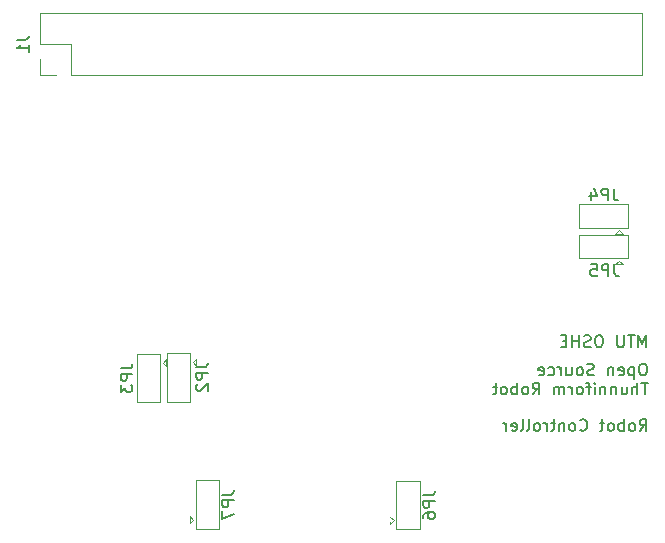
<source format=gbo>
%TF.GenerationSoftware,KiCad,Pcbnew,9.0.0*%
%TF.CreationDate,2025-04-25T21:38:16-04:00*%
%TF.ProjectId,OSTR_hat,4f535452-5f68-4617-942e-6b696361645f,2b*%
%TF.SameCoordinates,Original*%
%TF.FileFunction,Legend,Bot*%
%TF.FilePolarity,Positive*%
%FSLAX46Y46*%
G04 Gerber Fmt 4.6, Leading zero omitted, Abs format (unit mm)*
G04 Created by KiCad (PCBNEW 9.0.0) date 2025-04-25 21:38:16*
%MOMM*%
%LPD*%
G01*
G04 APERTURE LIST*
%ADD10C,0.150000*%
%ADD11C,0.120000*%
%ADD12R,1.700000X1.700000*%
%ADD13O,1.700000X1.700000*%
%ADD14R,2.200000X2.200000*%
%ADD15C,2.200000*%
%ADD16C,2.700000*%
%ADD17C,1.100000*%
%ADD18C,0.499999*%
%ADD19R,2.600000X2.600000*%
%ADD20C,2.600000*%
%ADD21R,1.500000X1.000000*%
%ADD22R,1.000000X1.500000*%
G04 APERTURE END LIST*
D10*
X134322744Y-116784875D02*
X134132268Y-116784875D01*
X134132268Y-116784875D02*
X134037030Y-116832494D01*
X134037030Y-116832494D02*
X133941792Y-116927732D01*
X133941792Y-116927732D02*
X133894173Y-117118208D01*
X133894173Y-117118208D02*
X133894173Y-117451541D01*
X133894173Y-117451541D02*
X133941792Y-117642017D01*
X133941792Y-117642017D02*
X134037030Y-117737256D01*
X134037030Y-117737256D02*
X134132268Y-117784875D01*
X134132268Y-117784875D02*
X134322744Y-117784875D01*
X134322744Y-117784875D02*
X134417982Y-117737256D01*
X134417982Y-117737256D02*
X134513220Y-117642017D01*
X134513220Y-117642017D02*
X134560839Y-117451541D01*
X134560839Y-117451541D02*
X134560839Y-117118208D01*
X134560839Y-117118208D02*
X134513220Y-116927732D01*
X134513220Y-116927732D02*
X134417982Y-116832494D01*
X134417982Y-116832494D02*
X134322744Y-116784875D01*
X133465601Y-117118208D02*
X133465601Y-118118208D01*
X133465601Y-117165827D02*
X133370363Y-117118208D01*
X133370363Y-117118208D02*
X133179887Y-117118208D01*
X133179887Y-117118208D02*
X133084649Y-117165827D01*
X133084649Y-117165827D02*
X133037030Y-117213446D01*
X133037030Y-117213446D02*
X132989411Y-117308684D01*
X132989411Y-117308684D02*
X132989411Y-117594398D01*
X132989411Y-117594398D02*
X133037030Y-117689636D01*
X133037030Y-117689636D02*
X133084649Y-117737256D01*
X133084649Y-117737256D02*
X133179887Y-117784875D01*
X133179887Y-117784875D02*
X133370363Y-117784875D01*
X133370363Y-117784875D02*
X133465601Y-117737256D01*
X132179887Y-117737256D02*
X132275125Y-117784875D01*
X132275125Y-117784875D02*
X132465601Y-117784875D01*
X132465601Y-117784875D02*
X132560839Y-117737256D01*
X132560839Y-117737256D02*
X132608458Y-117642017D01*
X132608458Y-117642017D02*
X132608458Y-117261065D01*
X132608458Y-117261065D02*
X132560839Y-117165827D01*
X132560839Y-117165827D02*
X132465601Y-117118208D01*
X132465601Y-117118208D02*
X132275125Y-117118208D01*
X132275125Y-117118208D02*
X132179887Y-117165827D01*
X132179887Y-117165827D02*
X132132268Y-117261065D01*
X132132268Y-117261065D02*
X132132268Y-117356303D01*
X132132268Y-117356303D02*
X132608458Y-117451541D01*
X131703696Y-117118208D02*
X131703696Y-117784875D01*
X131703696Y-117213446D02*
X131656077Y-117165827D01*
X131656077Y-117165827D02*
X131560839Y-117118208D01*
X131560839Y-117118208D02*
X131417982Y-117118208D01*
X131417982Y-117118208D02*
X131322744Y-117165827D01*
X131322744Y-117165827D02*
X131275125Y-117261065D01*
X131275125Y-117261065D02*
X131275125Y-117784875D01*
X130084648Y-117737256D02*
X129941791Y-117784875D01*
X129941791Y-117784875D02*
X129703696Y-117784875D01*
X129703696Y-117784875D02*
X129608458Y-117737256D01*
X129608458Y-117737256D02*
X129560839Y-117689636D01*
X129560839Y-117689636D02*
X129513220Y-117594398D01*
X129513220Y-117594398D02*
X129513220Y-117499160D01*
X129513220Y-117499160D02*
X129560839Y-117403922D01*
X129560839Y-117403922D02*
X129608458Y-117356303D01*
X129608458Y-117356303D02*
X129703696Y-117308684D01*
X129703696Y-117308684D02*
X129894172Y-117261065D01*
X129894172Y-117261065D02*
X129989410Y-117213446D01*
X129989410Y-117213446D02*
X130037029Y-117165827D01*
X130037029Y-117165827D02*
X130084648Y-117070589D01*
X130084648Y-117070589D02*
X130084648Y-116975351D01*
X130084648Y-116975351D02*
X130037029Y-116880113D01*
X130037029Y-116880113D02*
X129989410Y-116832494D01*
X129989410Y-116832494D02*
X129894172Y-116784875D01*
X129894172Y-116784875D02*
X129656077Y-116784875D01*
X129656077Y-116784875D02*
X129513220Y-116832494D01*
X128941791Y-117784875D02*
X129037029Y-117737256D01*
X129037029Y-117737256D02*
X129084648Y-117689636D01*
X129084648Y-117689636D02*
X129132267Y-117594398D01*
X129132267Y-117594398D02*
X129132267Y-117308684D01*
X129132267Y-117308684D02*
X129084648Y-117213446D01*
X129084648Y-117213446D02*
X129037029Y-117165827D01*
X129037029Y-117165827D02*
X128941791Y-117118208D01*
X128941791Y-117118208D02*
X128798934Y-117118208D01*
X128798934Y-117118208D02*
X128703696Y-117165827D01*
X128703696Y-117165827D02*
X128656077Y-117213446D01*
X128656077Y-117213446D02*
X128608458Y-117308684D01*
X128608458Y-117308684D02*
X128608458Y-117594398D01*
X128608458Y-117594398D02*
X128656077Y-117689636D01*
X128656077Y-117689636D02*
X128703696Y-117737256D01*
X128703696Y-117737256D02*
X128798934Y-117784875D01*
X128798934Y-117784875D02*
X128941791Y-117784875D01*
X127751315Y-117118208D02*
X127751315Y-117784875D01*
X128179886Y-117118208D02*
X128179886Y-117642017D01*
X128179886Y-117642017D02*
X128132267Y-117737256D01*
X128132267Y-117737256D02*
X128037029Y-117784875D01*
X128037029Y-117784875D02*
X127894172Y-117784875D01*
X127894172Y-117784875D02*
X127798934Y-117737256D01*
X127798934Y-117737256D02*
X127751315Y-117689636D01*
X127275124Y-117784875D02*
X127275124Y-117118208D01*
X127275124Y-117308684D02*
X127227505Y-117213446D01*
X127227505Y-117213446D02*
X127179886Y-117165827D01*
X127179886Y-117165827D02*
X127084648Y-117118208D01*
X127084648Y-117118208D02*
X126989410Y-117118208D01*
X126227505Y-117737256D02*
X126322743Y-117784875D01*
X126322743Y-117784875D02*
X126513219Y-117784875D01*
X126513219Y-117784875D02*
X126608457Y-117737256D01*
X126608457Y-117737256D02*
X126656076Y-117689636D01*
X126656076Y-117689636D02*
X126703695Y-117594398D01*
X126703695Y-117594398D02*
X126703695Y-117308684D01*
X126703695Y-117308684D02*
X126656076Y-117213446D01*
X126656076Y-117213446D02*
X126608457Y-117165827D01*
X126608457Y-117165827D02*
X126513219Y-117118208D01*
X126513219Y-117118208D02*
X126322743Y-117118208D01*
X126322743Y-117118208D02*
X126227505Y-117165827D01*
X125417981Y-117737256D02*
X125513219Y-117784875D01*
X125513219Y-117784875D02*
X125703695Y-117784875D01*
X125703695Y-117784875D02*
X125798933Y-117737256D01*
X125798933Y-117737256D02*
X125846552Y-117642017D01*
X125846552Y-117642017D02*
X125846552Y-117261065D01*
X125846552Y-117261065D02*
X125798933Y-117165827D01*
X125798933Y-117165827D02*
X125703695Y-117118208D01*
X125703695Y-117118208D02*
X125513219Y-117118208D01*
X125513219Y-117118208D02*
X125417981Y-117165827D01*
X125417981Y-117165827D02*
X125370362Y-117261065D01*
X125370362Y-117261065D02*
X125370362Y-117356303D01*
X125370362Y-117356303D02*
X125846552Y-117451541D01*
X134656077Y-118394819D02*
X134084649Y-118394819D01*
X134370363Y-119394819D02*
X134370363Y-118394819D01*
X133751315Y-119394819D02*
X133751315Y-118394819D01*
X133322744Y-119394819D02*
X133322744Y-118871009D01*
X133322744Y-118871009D02*
X133370363Y-118775771D01*
X133370363Y-118775771D02*
X133465601Y-118728152D01*
X133465601Y-118728152D02*
X133608458Y-118728152D01*
X133608458Y-118728152D02*
X133703696Y-118775771D01*
X133703696Y-118775771D02*
X133751315Y-118823390D01*
X132417982Y-118728152D02*
X132417982Y-119394819D01*
X132846553Y-118728152D02*
X132846553Y-119251961D01*
X132846553Y-119251961D02*
X132798934Y-119347200D01*
X132798934Y-119347200D02*
X132703696Y-119394819D01*
X132703696Y-119394819D02*
X132560839Y-119394819D01*
X132560839Y-119394819D02*
X132465601Y-119347200D01*
X132465601Y-119347200D02*
X132417982Y-119299580D01*
X131941791Y-118728152D02*
X131941791Y-119394819D01*
X131941791Y-118823390D02*
X131894172Y-118775771D01*
X131894172Y-118775771D02*
X131798934Y-118728152D01*
X131798934Y-118728152D02*
X131656077Y-118728152D01*
X131656077Y-118728152D02*
X131560839Y-118775771D01*
X131560839Y-118775771D02*
X131513220Y-118871009D01*
X131513220Y-118871009D02*
X131513220Y-119394819D01*
X131037029Y-118728152D02*
X131037029Y-119394819D01*
X131037029Y-118823390D02*
X130989410Y-118775771D01*
X130989410Y-118775771D02*
X130894172Y-118728152D01*
X130894172Y-118728152D02*
X130751315Y-118728152D01*
X130751315Y-118728152D02*
X130656077Y-118775771D01*
X130656077Y-118775771D02*
X130608458Y-118871009D01*
X130608458Y-118871009D02*
X130608458Y-119394819D01*
X130132267Y-119394819D02*
X130132267Y-118728152D01*
X130132267Y-118394819D02*
X130179886Y-118442438D01*
X130179886Y-118442438D02*
X130132267Y-118490057D01*
X130132267Y-118490057D02*
X130084648Y-118442438D01*
X130084648Y-118442438D02*
X130132267Y-118394819D01*
X130132267Y-118394819D02*
X130132267Y-118490057D01*
X129798934Y-118728152D02*
X129417982Y-118728152D01*
X129656077Y-119394819D02*
X129656077Y-118537676D01*
X129656077Y-118537676D02*
X129608458Y-118442438D01*
X129608458Y-118442438D02*
X129513220Y-118394819D01*
X129513220Y-118394819D02*
X129417982Y-118394819D01*
X128941791Y-119394819D02*
X129037029Y-119347200D01*
X129037029Y-119347200D02*
X129084648Y-119299580D01*
X129084648Y-119299580D02*
X129132267Y-119204342D01*
X129132267Y-119204342D02*
X129132267Y-118918628D01*
X129132267Y-118918628D02*
X129084648Y-118823390D01*
X129084648Y-118823390D02*
X129037029Y-118775771D01*
X129037029Y-118775771D02*
X128941791Y-118728152D01*
X128941791Y-118728152D02*
X128798934Y-118728152D01*
X128798934Y-118728152D02*
X128703696Y-118775771D01*
X128703696Y-118775771D02*
X128656077Y-118823390D01*
X128656077Y-118823390D02*
X128608458Y-118918628D01*
X128608458Y-118918628D02*
X128608458Y-119204342D01*
X128608458Y-119204342D02*
X128656077Y-119299580D01*
X128656077Y-119299580D02*
X128703696Y-119347200D01*
X128703696Y-119347200D02*
X128798934Y-119394819D01*
X128798934Y-119394819D02*
X128941791Y-119394819D01*
X128179886Y-119394819D02*
X128179886Y-118728152D01*
X128179886Y-118918628D02*
X128132267Y-118823390D01*
X128132267Y-118823390D02*
X128084648Y-118775771D01*
X128084648Y-118775771D02*
X127989410Y-118728152D01*
X127989410Y-118728152D02*
X127894172Y-118728152D01*
X127560838Y-119394819D02*
X127560838Y-118728152D01*
X127560838Y-118823390D02*
X127513219Y-118775771D01*
X127513219Y-118775771D02*
X127417981Y-118728152D01*
X127417981Y-118728152D02*
X127275124Y-118728152D01*
X127275124Y-118728152D02*
X127179886Y-118775771D01*
X127179886Y-118775771D02*
X127132267Y-118871009D01*
X127132267Y-118871009D02*
X127132267Y-119394819D01*
X127132267Y-118871009D02*
X127084648Y-118775771D01*
X127084648Y-118775771D02*
X126989410Y-118728152D01*
X126989410Y-118728152D02*
X126846553Y-118728152D01*
X126846553Y-118728152D02*
X126751314Y-118775771D01*
X126751314Y-118775771D02*
X126703695Y-118871009D01*
X126703695Y-118871009D02*
X126703695Y-119394819D01*
X124894172Y-119394819D02*
X125227505Y-118918628D01*
X125465600Y-119394819D02*
X125465600Y-118394819D01*
X125465600Y-118394819D02*
X125084648Y-118394819D01*
X125084648Y-118394819D02*
X124989410Y-118442438D01*
X124989410Y-118442438D02*
X124941791Y-118490057D01*
X124941791Y-118490057D02*
X124894172Y-118585295D01*
X124894172Y-118585295D02*
X124894172Y-118728152D01*
X124894172Y-118728152D02*
X124941791Y-118823390D01*
X124941791Y-118823390D02*
X124989410Y-118871009D01*
X124989410Y-118871009D02*
X125084648Y-118918628D01*
X125084648Y-118918628D02*
X125465600Y-118918628D01*
X124322743Y-119394819D02*
X124417981Y-119347200D01*
X124417981Y-119347200D02*
X124465600Y-119299580D01*
X124465600Y-119299580D02*
X124513219Y-119204342D01*
X124513219Y-119204342D02*
X124513219Y-118918628D01*
X124513219Y-118918628D02*
X124465600Y-118823390D01*
X124465600Y-118823390D02*
X124417981Y-118775771D01*
X124417981Y-118775771D02*
X124322743Y-118728152D01*
X124322743Y-118728152D02*
X124179886Y-118728152D01*
X124179886Y-118728152D02*
X124084648Y-118775771D01*
X124084648Y-118775771D02*
X124037029Y-118823390D01*
X124037029Y-118823390D02*
X123989410Y-118918628D01*
X123989410Y-118918628D02*
X123989410Y-119204342D01*
X123989410Y-119204342D02*
X124037029Y-119299580D01*
X124037029Y-119299580D02*
X124084648Y-119347200D01*
X124084648Y-119347200D02*
X124179886Y-119394819D01*
X124179886Y-119394819D02*
X124322743Y-119394819D01*
X123560838Y-119394819D02*
X123560838Y-118394819D01*
X123560838Y-118775771D02*
X123465600Y-118728152D01*
X123465600Y-118728152D02*
X123275124Y-118728152D01*
X123275124Y-118728152D02*
X123179886Y-118775771D01*
X123179886Y-118775771D02*
X123132267Y-118823390D01*
X123132267Y-118823390D02*
X123084648Y-118918628D01*
X123084648Y-118918628D02*
X123084648Y-119204342D01*
X123084648Y-119204342D02*
X123132267Y-119299580D01*
X123132267Y-119299580D02*
X123179886Y-119347200D01*
X123179886Y-119347200D02*
X123275124Y-119394819D01*
X123275124Y-119394819D02*
X123465600Y-119394819D01*
X123465600Y-119394819D02*
X123560838Y-119347200D01*
X122513219Y-119394819D02*
X122608457Y-119347200D01*
X122608457Y-119347200D02*
X122656076Y-119299580D01*
X122656076Y-119299580D02*
X122703695Y-119204342D01*
X122703695Y-119204342D02*
X122703695Y-118918628D01*
X122703695Y-118918628D02*
X122656076Y-118823390D01*
X122656076Y-118823390D02*
X122608457Y-118775771D01*
X122608457Y-118775771D02*
X122513219Y-118728152D01*
X122513219Y-118728152D02*
X122370362Y-118728152D01*
X122370362Y-118728152D02*
X122275124Y-118775771D01*
X122275124Y-118775771D02*
X122227505Y-118823390D01*
X122227505Y-118823390D02*
X122179886Y-118918628D01*
X122179886Y-118918628D02*
X122179886Y-119204342D01*
X122179886Y-119204342D02*
X122227505Y-119299580D01*
X122227505Y-119299580D02*
X122275124Y-119347200D01*
X122275124Y-119347200D02*
X122370362Y-119394819D01*
X122370362Y-119394819D02*
X122513219Y-119394819D01*
X121894171Y-118728152D02*
X121513219Y-118728152D01*
X121751314Y-118394819D02*
X121751314Y-119251961D01*
X121751314Y-119251961D02*
X121703695Y-119347200D01*
X121703695Y-119347200D02*
X121608457Y-119394819D01*
X121608457Y-119394819D02*
X121513219Y-119394819D01*
X134513220Y-115394819D02*
X134513220Y-114394819D01*
X134513220Y-114394819D02*
X134179887Y-115109104D01*
X134179887Y-115109104D02*
X133846554Y-114394819D01*
X133846554Y-114394819D02*
X133846554Y-115394819D01*
X133513220Y-114394819D02*
X132941792Y-114394819D01*
X133227506Y-115394819D02*
X133227506Y-114394819D01*
X132608458Y-114394819D02*
X132608458Y-115204342D01*
X132608458Y-115204342D02*
X132560839Y-115299580D01*
X132560839Y-115299580D02*
X132513220Y-115347200D01*
X132513220Y-115347200D02*
X132417982Y-115394819D01*
X132417982Y-115394819D02*
X132227506Y-115394819D01*
X132227506Y-115394819D02*
X132132268Y-115347200D01*
X132132268Y-115347200D02*
X132084649Y-115299580D01*
X132084649Y-115299580D02*
X132037030Y-115204342D01*
X132037030Y-115204342D02*
X132037030Y-114394819D01*
X130608458Y-114394819D02*
X130417982Y-114394819D01*
X130417982Y-114394819D02*
X130322744Y-114442438D01*
X130322744Y-114442438D02*
X130227506Y-114537676D01*
X130227506Y-114537676D02*
X130179887Y-114728152D01*
X130179887Y-114728152D02*
X130179887Y-115061485D01*
X130179887Y-115061485D02*
X130227506Y-115251961D01*
X130227506Y-115251961D02*
X130322744Y-115347200D01*
X130322744Y-115347200D02*
X130417982Y-115394819D01*
X130417982Y-115394819D02*
X130608458Y-115394819D01*
X130608458Y-115394819D02*
X130703696Y-115347200D01*
X130703696Y-115347200D02*
X130798934Y-115251961D01*
X130798934Y-115251961D02*
X130846553Y-115061485D01*
X130846553Y-115061485D02*
X130846553Y-114728152D01*
X130846553Y-114728152D02*
X130798934Y-114537676D01*
X130798934Y-114537676D02*
X130703696Y-114442438D01*
X130703696Y-114442438D02*
X130608458Y-114394819D01*
X129798934Y-115347200D02*
X129656077Y-115394819D01*
X129656077Y-115394819D02*
X129417982Y-115394819D01*
X129417982Y-115394819D02*
X129322744Y-115347200D01*
X129322744Y-115347200D02*
X129275125Y-115299580D01*
X129275125Y-115299580D02*
X129227506Y-115204342D01*
X129227506Y-115204342D02*
X129227506Y-115109104D01*
X129227506Y-115109104D02*
X129275125Y-115013866D01*
X129275125Y-115013866D02*
X129322744Y-114966247D01*
X129322744Y-114966247D02*
X129417982Y-114918628D01*
X129417982Y-114918628D02*
X129608458Y-114871009D01*
X129608458Y-114871009D02*
X129703696Y-114823390D01*
X129703696Y-114823390D02*
X129751315Y-114775771D01*
X129751315Y-114775771D02*
X129798934Y-114680533D01*
X129798934Y-114680533D02*
X129798934Y-114585295D01*
X129798934Y-114585295D02*
X129751315Y-114490057D01*
X129751315Y-114490057D02*
X129703696Y-114442438D01*
X129703696Y-114442438D02*
X129608458Y-114394819D01*
X129608458Y-114394819D02*
X129370363Y-114394819D01*
X129370363Y-114394819D02*
X129227506Y-114442438D01*
X128798934Y-115394819D02*
X128798934Y-114394819D01*
X128798934Y-114871009D02*
X128227506Y-114871009D01*
X128227506Y-115394819D02*
X128227506Y-114394819D01*
X127751315Y-114871009D02*
X127417982Y-114871009D01*
X127275125Y-115394819D02*
X127751315Y-115394819D01*
X127751315Y-115394819D02*
X127751315Y-114394819D01*
X127751315Y-114394819D02*
X127275125Y-114394819D01*
X133941792Y-122494819D02*
X134275125Y-122018628D01*
X134513220Y-122494819D02*
X134513220Y-121494819D01*
X134513220Y-121494819D02*
X134132268Y-121494819D01*
X134132268Y-121494819D02*
X134037030Y-121542438D01*
X134037030Y-121542438D02*
X133989411Y-121590057D01*
X133989411Y-121590057D02*
X133941792Y-121685295D01*
X133941792Y-121685295D02*
X133941792Y-121828152D01*
X133941792Y-121828152D02*
X133989411Y-121923390D01*
X133989411Y-121923390D02*
X134037030Y-121971009D01*
X134037030Y-121971009D02*
X134132268Y-122018628D01*
X134132268Y-122018628D02*
X134513220Y-122018628D01*
X133370363Y-122494819D02*
X133465601Y-122447200D01*
X133465601Y-122447200D02*
X133513220Y-122399580D01*
X133513220Y-122399580D02*
X133560839Y-122304342D01*
X133560839Y-122304342D02*
X133560839Y-122018628D01*
X133560839Y-122018628D02*
X133513220Y-121923390D01*
X133513220Y-121923390D02*
X133465601Y-121875771D01*
X133465601Y-121875771D02*
X133370363Y-121828152D01*
X133370363Y-121828152D02*
X133227506Y-121828152D01*
X133227506Y-121828152D02*
X133132268Y-121875771D01*
X133132268Y-121875771D02*
X133084649Y-121923390D01*
X133084649Y-121923390D02*
X133037030Y-122018628D01*
X133037030Y-122018628D02*
X133037030Y-122304342D01*
X133037030Y-122304342D02*
X133084649Y-122399580D01*
X133084649Y-122399580D02*
X133132268Y-122447200D01*
X133132268Y-122447200D02*
X133227506Y-122494819D01*
X133227506Y-122494819D02*
X133370363Y-122494819D01*
X132608458Y-122494819D02*
X132608458Y-121494819D01*
X132608458Y-121875771D02*
X132513220Y-121828152D01*
X132513220Y-121828152D02*
X132322744Y-121828152D01*
X132322744Y-121828152D02*
X132227506Y-121875771D01*
X132227506Y-121875771D02*
X132179887Y-121923390D01*
X132179887Y-121923390D02*
X132132268Y-122018628D01*
X132132268Y-122018628D02*
X132132268Y-122304342D01*
X132132268Y-122304342D02*
X132179887Y-122399580D01*
X132179887Y-122399580D02*
X132227506Y-122447200D01*
X132227506Y-122447200D02*
X132322744Y-122494819D01*
X132322744Y-122494819D02*
X132513220Y-122494819D01*
X132513220Y-122494819D02*
X132608458Y-122447200D01*
X131560839Y-122494819D02*
X131656077Y-122447200D01*
X131656077Y-122447200D02*
X131703696Y-122399580D01*
X131703696Y-122399580D02*
X131751315Y-122304342D01*
X131751315Y-122304342D02*
X131751315Y-122018628D01*
X131751315Y-122018628D02*
X131703696Y-121923390D01*
X131703696Y-121923390D02*
X131656077Y-121875771D01*
X131656077Y-121875771D02*
X131560839Y-121828152D01*
X131560839Y-121828152D02*
X131417982Y-121828152D01*
X131417982Y-121828152D02*
X131322744Y-121875771D01*
X131322744Y-121875771D02*
X131275125Y-121923390D01*
X131275125Y-121923390D02*
X131227506Y-122018628D01*
X131227506Y-122018628D02*
X131227506Y-122304342D01*
X131227506Y-122304342D02*
X131275125Y-122399580D01*
X131275125Y-122399580D02*
X131322744Y-122447200D01*
X131322744Y-122447200D02*
X131417982Y-122494819D01*
X131417982Y-122494819D02*
X131560839Y-122494819D01*
X130941791Y-121828152D02*
X130560839Y-121828152D01*
X130798934Y-121494819D02*
X130798934Y-122351961D01*
X130798934Y-122351961D02*
X130751315Y-122447200D01*
X130751315Y-122447200D02*
X130656077Y-122494819D01*
X130656077Y-122494819D02*
X130560839Y-122494819D01*
X128894172Y-122399580D02*
X128941791Y-122447200D01*
X128941791Y-122447200D02*
X129084648Y-122494819D01*
X129084648Y-122494819D02*
X129179886Y-122494819D01*
X129179886Y-122494819D02*
X129322743Y-122447200D01*
X129322743Y-122447200D02*
X129417981Y-122351961D01*
X129417981Y-122351961D02*
X129465600Y-122256723D01*
X129465600Y-122256723D02*
X129513219Y-122066247D01*
X129513219Y-122066247D02*
X129513219Y-121923390D01*
X129513219Y-121923390D02*
X129465600Y-121732914D01*
X129465600Y-121732914D02*
X129417981Y-121637676D01*
X129417981Y-121637676D02*
X129322743Y-121542438D01*
X129322743Y-121542438D02*
X129179886Y-121494819D01*
X129179886Y-121494819D02*
X129084648Y-121494819D01*
X129084648Y-121494819D02*
X128941791Y-121542438D01*
X128941791Y-121542438D02*
X128894172Y-121590057D01*
X128322743Y-122494819D02*
X128417981Y-122447200D01*
X128417981Y-122447200D02*
X128465600Y-122399580D01*
X128465600Y-122399580D02*
X128513219Y-122304342D01*
X128513219Y-122304342D02*
X128513219Y-122018628D01*
X128513219Y-122018628D02*
X128465600Y-121923390D01*
X128465600Y-121923390D02*
X128417981Y-121875771D01*
X128417981Y-121875771D02*
X128322743Y-121828152D01*
X128322743Y-121828152D02*
X128179886Y-121828152D01*
X128179886Y-121828152D02*
X128084648Y-121875771D01*
X128084648Y-121875771D02*
X128037029Y-121923390D01*
X128037029Y-121923390D02*
X127989410Y-122018628D01*
X127989410Y-122018628D02*
X127989410Y-122304342D01*
X127989410Y-122304342D02*
X128037029Y-122399580D01*
X128037029Y-122399580D02*
X128084648Y-122447200D01*
X128084648Y-122447200D02*
X128179886Y-122494819D01*
X128179886Y-122494819D02*
X128322743Y-122494819D01*
X127560838Y-121828152D02*
X127560838Y-122494819D01*
X127560838Y-121923390D02*
X127513219Y-121875771D01*
X127513219Y-121875771D02*
X127417981Y-121828152D01*
X127417981Y-121828152D02*
X127275124Y-121828152D01*
X127275124Y-121828152D02*
X127179886Y-121875771D01*
X127179886Y-121875771D02*
X127132267Y-121971009D01*
X127132267Y-121971009D02*
X127132267Y-122494819D01*
X126798933Y-121828152D02*
X126417981Y-121828152D01*
X126656076Y-121494819D02*
X126656076Y-122351961D01*
X126656076Y-122351961D02*
X126608457Y-122447200D01*
X126608457Y-122447200D02*
X126513219Y-122494819D01*
X126513219Y-122494819D02*
X126417981Y-122494819D01*
X126084647Y-122494819D02*
X126084647Y-121828152D01*
X126084647Y-122018628D02*
X126037028Y-121923390D01*
X126037028Y-121923390D02*
X125989409Y-121875771D01*
X125989409Y-121875771D02*
X125894171Y-121828152D01*
X125894171Y-121828152D02*
X125798933Y-121828152D01*
X125322742Y-122494819D02*
X125417980Y-122447200D01*
X125417980Y-122447200D02*
X125465599Y-122399580D01*
X125465599Y-122399580D02*
X125513218Y-122304342D01*
X125513218Y-122304342D02*
X125513218Y-122018628D01*
X125513218Y-122018628D02*
X125465599Y-121923390D01*
X125465599Y-121923390D02*
X125417980Y-121875771D01*
X125417980Y-121875771D02*
X125322742Y-121828152D01*
X125322742Y-121828152D02*
X125179885Y-121828152D01*
X125179885Y-121828152D02*
X125084647Y-121875771D01*
X125084647Y-121875771D02*
X125037028Y-121923390D01*
X125037028Y-121923390D02*
X124989409Y-122018628D01*
X124989409Y-122018628D02*
X124989409Y-122304342D01*
X124989409Y-122304342D02*
X125037028Y-122399580D01*
X125037028Y-122399580D02*
X125084647Y-122447200D01*
X125084647Y-122447200D02*
X125179885Y-122494819D01*
X125179885Y-122494819D02*
X125322742Y-122494819D01*
X124417980Y-122494819D02*
X124513218Y-122447200D01*
X124513218Y-122447200D02*
X124560837Y-122351961D01*
X124560837Y-122351961D02*
X124560837Y-121494819D01*
X123894170Y-122494819D02*
X123989408Y-122447200D01*
X123989408Y-122447200D02*
X124037027Y-122351961D01*
X124037027Y-122351961D02*
X124037027Y-121494819D01*
X123132265Y-122447200D02*
X123227503Y-122494819D01*
X123227503Y-122494819D02*
X123417979Y-122494819D01*
X123417979Y-122494819D02*
X123513217Y-122447200D01*
X123513217Y-122447200D02*
X123560836Y-122351961D01*
X123560836Y-122351961D02*
X123560836Y-121971009D01*
X123560836Y-121971009D02*
X123513217Y-121875771D01*
X123513217Y-121875771D02*
X123417979Y-121828152D01*
X123417979Y-121828152D02*
X123227503Y-121828152D01*
X123227503Y-121828152D02*
X123132265Y-121875771D01*
X123132265Y-121875771D02*
X123084646Y-121971009D01*
X123084646Y-121971009D02*
X123084646Y-122066247D01*
X123084646Y-122066247D02*
X123560836Y-122161485D01*
X122656074Y-122494819D02*
X122656074Y-121828152D01*
X122656074Y-122018628D02*
X122608455Y-121923390D01*
X122608455Y-121923390D02*
X122560836Y-121875771D01*
X122560836Y-121875771D02*
X122465598Y-121828152D01*
X122465598Y-121828152D02*
X122370360Y-121828152D01*
X81204819Y-89391666D02*
X81919104Y-89391666D01*
X81919104Y-89391666D02*
X82061961Y-89344047D01*
X82061961Y-89344047D02*
X82157200Y-89248809D01*
X82157200Y-89248809D02*
X82204819Y-89105952D01*
X82204819Y-89105952D02*
X82204819Y-89010714D01*
X82204819Y-90391666D02*
X82204819Y-89820238D01*
X82204819Y-90105952D02*
X81204819Y-90105952D01*
X81204819Y-90105952D02*
X81347676Y-90010714D01*
X81347676Y-90010714D02*
X81442914Y-89915476D01*
X81442914Y-89915476D02*
X81490533Y-89820238D01*
X90004819Y-117191666D02*
X90719104Y-117191666D01*
X90719104Y-117191666D02*
X90861961Y-117144047D01*
X90861961Y-117144047D02*
X90957200Y-117048809D01*
X90957200Y-117048809D02*
X91004819Y-116905952D01*
X91004819Y-116905952D02*
X91004819Y-116810714D01*
X91004819Y-117667857D02*
X90004819Y-117667857D01*
X90004819Y-117667857D02*
X90004819Y-118048809D01*
X90004819Y-118048809D02*
X90052438Y-118144047D01*
X90052438Y-118144047D02*
X90100057Y-118191666D01*
X90100057Y-118191666D02*
X90195295Y-118239285D01*
X90195295Y-118239285D02*
X90338152Y-118239285D01*
X90338152Y-118239285D02*
X90433390Y-118191666D01*
X90433390Y-118191666D02*
X90481009Y-118144047D01*
X90481009Y-118144047D02*
X90528628Y-118048809D01*
X90528628Y-118048809D02*
X90528628Y-117667857D01*
X90004819Y-118572619D02*
X90004819Y-119191666D01*
X90004819Y-119191666D02*
X90385771Y-118858333D01*
X90385771Y-118858333D02*
X90385771Y-119001190D01*
X90385771Y-119001190D02*
X90433390Y-119096428D01*
X90433390Y-119096428D02*
X90481009Y-119144047D01*
X90481009Y-119144047D02*
X90576247Y-119191666D01*
X90576247Y-119191666D02*
X90814342Y-119191666D01*
X90814342Y-119191666D02*
X90909580Y-119144047D01*
X90909580Y-119144047D02*
X90957200Y-119096428D01*
X90957200Y-119096428D02*
X91004819Y-119001190D01*
X91004819Y-119001190D02*
X91004819Y-118715476D01*
X91004819Y-118715476D02*
X90957200Y-118620238D01*
X90957200Y-118620238D02*
X90909580Y-118572619D01*
X131733333Y-101964819D02*
X131733333Y-102679104D01*
X131733333Y-102679104D02*
X131780952Y-102821961D01*
X131780952Y-102821961D02*
X131876190Y-102917200D01*
X131876190Y-102917200D02*
X132019047Y-102964819D01*
X132019047Y-102964819D02*
X132114285Y-102964819D01*
X131257142Y-102964819D02*
X131257142Y-101964819D01*
X131257142Y-101964819D02*
X130876190Y-101964819D01*
X130876190Y-101964819D02*
X130780952Y-102012438D01*
X130780952Y-102012438D02*
X130733333Y-102060057D01*
X130733333Y-102060057D02*
X130685714Y-102155295D01*
X130685714Y-102155295D02*
X130685714Y-102298152D01*
X130685714Y-102298152D02*
X130733333Y-102393390D01*
X130733333Y-102393390D02*
X130780952Y-102441009D01*
X130780952Y-102441009D02*
X130876190Y-102488628D01*
X130876190Y-102488628D02*
X131257142Y-102488628D01*
X129828571Y-102298152D02*
X129828571Y-102964819D01*
X130066666Y-101917200D02*
X130304761Y-102631485D01*
X130304761Y-102631485D02*
X129685714Y-102631485D01*
X115606153Y-127938559D02*
X116320438Y-127938559D01*
X116320438Y-127938559D02*
X116463295Y-127890940D01*
X116463295Y-127890940D02*
X116558534Y-127795702D01*
X116558534Y-127795702D02*
X116606153Y-127652845D01*
X116606153Y-127652845D02*
X116606153Y-127557607D01*
X116606153Y-128414750D02*
X115606153Y-128414750D01*
X115606153Y-128414750D02*
X115606153Y-128795702D01*
X115606153Y-128795702D02*
X115653772Y-128890940D01*
X115653772Y-128890940D02*
X115701391Y-128938559D01*
X115701391Y-128938559D02*
X115796629Y-128986178D01*
X115796629Y-128986178D02*
X115939486Y-128986178D01*
X115939486Y-128986178D02*
X116034724Y-128938559D01*
X116034724Y-128938559D02*
X116082343Y-128890940D01*
X116082343Y-128890940D02*
X116129962Y-128795702D01*
X116129962Y-128795702D02*
X116129962Y-128414750D01*
X115606153Y-129843321D02*
X115606153Y-129652845D01*
X115606153Y-129652845D02*
X115653772Y-129557607D01*
X115653772Y-129557607D02*
X115701391Y-129509988D01*
X115701391Y-129509988D02*
X115844248Y-129414750D01*
X115844248Y-129414750D02*
X116034724Y-129367131D01*
X116034724Y-129367131D02*
X116415676Y-129367131D01*
X116415676Y-129367131D02*
X116510914Y-129414750D01*
X116510914Y-129414750D02*
X116558534Y-129462369D01*
X116558534Y-129462369D02*
X116606153Y-129557607D01*
X116606153Y-129557607D02*
X116606153Y-129748083D01*
X116606153Y-129748083D02*
X116558534Y-129843321D01*
X116558534Y-129843321D02*
X116510914Y-129890940D01*
X116510914Y-129890940D02*
X116415676Y-129938559D01*
X116415676Y-129938559D02*
X116177581Y-129938559D01*
X116177581Y-129938559D02*
X116082343Y-129890940D01*
X116082343Y-129890940D02*
X116034724Y-129843321D01*
X116034724Y-129843321D02*
X115987105Y-129748083D01*
X115987105Y-129748083D02*
X115987105Y-129557607D01*
X115987105Y-129557607D02*
X116034724Y-129462369D01*
X116034724Y-129462369D02*
X116082343Y-129414750D01*
X116082343Y-129414750D02*
X116177581Y-129367131D01*
X131783333Y-108379819D02*
X131783333Y-109094104D01*
X131783333Y-109094104D02*
X131830952Y-109236961D01*
X131830952Y-109236961D02*
X131926190Y-109332200D01*
X131926190Y-109332200D02*
X132069047Y-109379819D01*
X132069047Y-109379819D02*
X132164285Y-109379819D01*
X131307142Y-109379819D02*
X131307142Y-108379819D01*
X131307142Y-108379819D02*
X130926190Y-108379819D01*
X130926190Y-108379819D02*
X130830952Y-108427438D01*
X130830952Y-108427438D02*
X130783333Y-108475057D01*
X130783333Y-108475057D02*
X130735714Y-108570295D01*
X130735714Y-108570295D02*
X130735714Y-108713152D01*
X130735714Y-108713152D02*
X130783333Y-108808390D01*
X130783333Y-108808390D02*
X130830952Y-108856009D01*
X130830952Y-108856009D02*
X130926190Y-108903628D01*
X130926190Y-108903628D02*
X131307142Y-108903628D01*
X129830952Y-108379819D02*
X130307142Y-108379819D01*
X130307142Y-108379819D02*
X130354761Y-108856009D01*
X130354761Y-108856009D02*
X130307142Y-108808390D01*
X130307142Y-108808390D02*
X130211904Y-108760771D01*
X130211904Y-108760771D02*
X129973809Y-108760771D01*
X129973809Y-108760771D02*
X129878571Y-108808390D01*
X129878571Y-108808390D02*
X129830952Y-108856009D01*
X129830952Y-108856009D02*
X129783333Y-108951247D01*
X129783333Y-108951247D02*
X129783333Y-109189342D01*
X129783333Y-109189342D02*
X129830952Y-109284580D01*
X129830952Y-109284580D02*
X129878571Y-109332200D01*
X129878571Y-109332200D02*
X129973809Y-109379819D01*
X129973809Y-109379819D02*
X130211904Y-109379819D01*
X130211904Y-109379819D02*
X130307142Y-109332200D01*
X130307142Y-109332200D02*
X130354761Y-109284580D01*
X98604819Y-127891666D02*
X99319104Y-127891666D01*
X99319104Y-127891666D02*
X99461961Y-127844047D01*
X99461961Y-127844047D02*
X99557200Y-127748809D01*
X99557200Y-127748809D02*
X99604819Y-127605952D01*
X99604819Y-127605952D02*
X99604819Y-127510714D01*
X99604819Y-128367857D02*
X98604819Y-128367857D01*
X98604819Y-128367857D02*
X98604819Y-128748809D01*
X98604819Y-128748809D02*
X98652438Y-128844047D01*
X98652438Y-128844047D02*
X98700057Y-128891666D01*
X98700057Y-128891666D02*
X98795295Y-128939285D01*
X98795295Y-128939285D02*
X98938152Y-128939285D01*
X98938152Y-128939285D02*
X99033390Y-128891666D01*
X99033390Y-128891666D02*
X99081009Y-128844047D01*
X99081009Y-128844047D02*
X99128628Y-128748809D01*
X99128628Y-128748809D02*
X99128628Y-128367857D01*
X98604819Y-129272619D02*
X98604819Y-129939285D01*
X98604819Y-129939285D02*
X99604819Y-129510714D01*
X96404819Y-117091666D02*
X97119104Y-117091666D01*
X97119104Y-117091666D02*
X97261961Y-117044047D01*
X97261961Y-117044047D02*
X97357200Y-116948809D01*
X97357200Y-116948809D02*
X97404819Y-116805952D01*
X97404819Y-116805952D02*
X97404819Y-116710714D01*
X97404819Y-117567857D02*
X96404819Y-117567857D01*
X96404819Y-117567857D02*
X96404819Y-117948809D01*
X96404819Y-117948809D02*
X96452438Y-118044047D01*
X96452438Y-118044047D02*
X96500057Y-118091666D01*
X96500057Y-118091666D02*
X96595295Y-118139285D01*
X96595295Y-118139285D02*
X96738152Y-118139285D01*
X96738152Y-118139285D02*
X96833390Y-118091666D01*
X96833390Y-118091666D02*
X96881009Y-118044047D01*
X96881009Y-118044047D02*
X96928628Y-117948809D01*
X96928628Y-117948809D02*
X96928628Y-117567857D01*
X96500057Y-118520238D02*
X96452438Y-118567857D01*
X96452438Y-118567857D02*
X96404819Y-118663095D01*
X96404819Y-118663095D02*
X96404819Y-118901190D01*
X96404819Y-118901190D02*
X96452438Y-118996428D01*
X96452438Y-118996428D02*
X96500057Y-119044047D01*
X96500057Y-119044047D02*
X96595295Y-119091666D01*
X96595295Y-119091666D02*
X96690533Y-119091666D01*
X96690533Y-119091666D02*
X96833390Y-119044047D01*
X96833390Y-119044047D02*
X97404819Y-118472619D01*
X97404819Y-118472619D02*
X97404819Y-119091666D01*
D11*
X83190000Y-87125000D02*
X83190000Y-89725000D01*
X83190000Y-87125000D02*
X134110000Y-87125000D01*
X83190000Y-89725000D02*
X85790000Y-89725000D01*
X83190000Y-90995000D02*
X83190000Y-92325000D01*
X83190000Y-92325000D02*
X84520000Y-92325000D01*
X85790000Y-89725000D02*
X85790000Y-92325000D01*
X85790000Y-92325000D02*
X134110000Y-92325000D01*
X134110000Y-87125000D02*
X134110000Y-92325000D01*
X91350000Y-115975000D02*
X91350000Y-120075000D01*
X91350000Y-120075000D02*
X93350000Y-120075000D01*
X93350000Y-115975000D02*
X91350000Y-115975000D01*
X93350000Y-120075000D02*
X93350000Y-115975000D01*
X93550000Y-116725000D02*
X93850000Y-116425000D01*
X93550000Y-116725000D02*
X93850000Y-117025000D01*
X93850000Y-116425000D02*
X93850000Y-117025000D01*
X128850000Y-103310000D02*
X128850000Y-105310000D01*
X128850000Y-105310000D02*
X132950000Y-105310000D01*
X132200000Y-105510000D02*
X131900000Y-105810000D01*
X132200000Y-105510000D02*
X132500000Y-105810000D01*
X132500000Y-105810000D02*
X131900000Y-105810000D01*
X132950000Y-103310000D02*
X128850000Y-103310000D01*
X132950000Y-105310000D02*
X132950000Y-103310000D01*
X112851334Y-130371893D02*
X112851334Y-129771893D01*
X113151334Y-130071893D02*
X112851334Y-129771893D01*
X113151334Y-130071893D02*
X112851334Y-130371893D01*
X113351334Y-126721893D02*
X113351334Y-130821893D01*
X113351334Y-130821893D02*
X115351334Y-130821893D01*
X115351334Y-126721893D02*
X113351334Y-126721893D01*
X115351334Y-130821893D02*
X115351334Y-126721893D01*
X128850000Y-105882500D02*
X128850000Y-107882500D01*
X128850000Y-107882500D02*
X132950000Y-107882500D01*
X132200000Y-108082500D02*
X131900000Y-108382500D01*
X132200000Y-108082500D02*
X132500000Y-108382500D01*
X132500000Y-108382500D02*
X131900000Y-108382500D01*
X132950000Y-105882500D02*
X128850000Y-105882500D01*
X132950000Y-107882500D02*
X132950000Y-105882500D01*
X95850000Y-130325000D02*
X95850000Y-129725000D01*
X96150000Y-130025000D02*
X95850000Y-129725000D01*
X96150000Y-130025000D02*
X95850000Y-130325000D01*
X96350000Y-126675000D02*
X96350000Y-130775000D01*
X96350000Y-130775000D02*
X98350000Y-130775000D01*
X98350000Y-126675000D02*
X96350000Y-126675000D01*
X98350000Y-130775000D02*
X98350000Y-126675000D01*
X93900000Y-115925000D02*
X93900000Y-120025000D01*
X93900000Y-120025000D02*
X95900000Y-120025000D01*
X95900000Y-115925000D02*
X93900000Y-115925000D01*
X95900000Y-120025000D02*
X95900000Y-115925000D01*
X96100000Y-116675000D02*
X96400000Y-116375000D01*
X96100000Y-116675000D02*
X96400000Y-116975000D01*
X96400000Y-116375000D02*
X96400000Y-116975000D01*
%LPC*%
D12*
X107018000Y-108725000D03*
D13*
X107018000Y-106185000D03*
D14*
X79650000Y-96505000D03*
D15*
X79650000Y-99045000D03*
X79650000Y-101585000D03*
D16*
X137650000Y-89725000D03*
D12*
X107018000Y-119647000D03*
D13*
X107018000Y-122187000D03*
D14*
X106935000Y-138771893D03*
D15*
X109475000Y-138771893D03*
X112015000Y-138771893D03*
X114555000Y-138771893D03*
D17*
X140190000Y-110480000D03*
X140190000Y-107940000D03*
D14*
X137650000Y-110480000D03*
D15*
X137650000Y-107940000D03*
D17*
X140190000Y-125720000D03*
X140190000Y-123180000D03*
D14*
X137650000Y-125720000D03*
D15*
X137650000Y-123180000D03*
D12*
X95200000Y-102840000D03*
D13*
X95200000Y-100300000D03*
X95200000Y-97760000D03*
D12*
X90120000Y-102845000D03*
D13*
X90120000Y-100305000D03*
X90120000Y-97765000D03*
X90120000Y-95225000D03*
D12*
X123140000Y-97775000D03*
D13*
X125680000Y-97775000D03*
X128220000Y-97775000D03*
X130760000Y-97775000D03*
D12*
X83650000Y-119647000D03*
D13*
X83650000Y-122187000D03*
D14*
X90535000Y-138679000D03*
D15*
X93075000Y-138679000D03*
X95615000Y-138679000D03*
X98155000Y-138679000D03*
D17*
X140190000Y-118095000D03*
X140190000Y-115555000D03*
D14*
X137650000Y-118095000D03*
D15*
X137650000Y-115555000D03*
D12*
X107900000Y-100300000D03*
D13*
X107900000Y-97760000D03*
X107900000Y-95220000D03*
D12*
X115520000Y-95235000D03*
D13*
X118060000Y-95235000D03*
X115520000Y-97775000D03*
X118060000Y-97775000D03*
X115520000Y-100315000D03*
X118060000Y-100315000D03*
D17*
X140190000Y-133340000D03*
X140190000Y-130800000D03*
D14*
X137650000Y-133340000D03*
D15*
X137650000Y-130800000D03*
D16*
X79650000Y-138725000D03*
X79650000Y-89725000D03*
D18*
X92915000Y-129925998D03*
X92915000Y-130875998D03*
X92915000Y-131825999D03*
X92915000Y-132776000D03*
X92915000Y-133726000D03*
X94265000Y-129925998D03*
X94265000Y-130875998D03*
X94265000Y-131825999D03*
X94265000Y-132776000D03*
X94265000Y-133726000D03*
X95615000Y-129925998D03*
X95615000Y-130875998D03*
X95615000Y-131825999D03*
X95615000Y-132776000D03*
X95615000Y-133726000D03*
D12*
X112650000Y-107185000D03*
D13*
X112650000Y-109725000D03*
X112650000Y-112265000D03*
X112650000Y-114805000D03*
D12*
X112985000Y-95235000D03*
D13*
X112985000Y-97775000D03*
X112985000Y-100315000D03*
D19*
X80945000Y-127430000D03*
D20*
X80945000Y-132510000D03*
D12*
X83650000Y-108725000D03*
D13*
X83650000Y-106185000D03*
D16*
X137650000Y-138725000D03*
D12*
X123140000Y-95235000D03*
D13*
X125680000Y-95235000D03*
X128220000Y-95235000D03*
X130760000Y-95235000D03*
D12*
X92660000Y-102840000D03*
D13*
X92660000Y-100300000D03*
X92660000Y-97760000D03*
D18*
X110008334Y-130019891D03*
X110008334Y-130969891D03*
X110008334Y-131919892D03*
X110008334Y-132869893D03*
X110008334Y-133819893D03*
X111358334Y-130019891D03*
X111358334Y-130969891D03*
X111358334Y-131919892D03*
X111358334Y-132869893D03*
X111358334Y-133819893D03*
X112708334Y-130019891D03*
X112708334Y-130969891D03*
X112708334Y-131919892D03*
X112708334Y-132869893D03*
X112708334Y-133819893D03*
D12*
X105355000Y-100300000D03*
D13*
X105355000Y-97760000D03*
X105355000Y-95220000D03*
D12*
X84520000Y-90995000D03*
D13*
X84520000Y-88455000D03*
X87060000Y-90995000D03*
X87060000Y-88455000D03*
X89600000Y-90995000D03*
X89600000Y-88455000D03*
X92140000Y-90995000D03*
X92140000Y-88455000D03*
X94680000Y-90995000D03*
X94680000Y-88455000D03*
X97220000Y-90995000D03*
X97220000Y-88455000D03*
X99760000Y-90995000D03*
X99760000Y-88455000D03*
X102300000Y-90995000D03*
X102300000Y-88455000D03*
X104840000Y-90995000D03*
X104840000Y-88455000D03*
X107380000Y-90995000D03*
X107380000Y-88455000D03*
X109920000Y-90995000D03*
X109920000Y-88455000D03*
X112460000Y-90995000D03*
X112460000Y-88455000D03*
X115000000Y-90995000D03*
X115000000Y-88455000D03*
X117540000Y-90995000D03*
X117540000Y-88455000D03*
X120080000Y-90995000D03*
X120080000Y-88455000D03*
X122620000Y-90995000D03*
X122620000Y-88455000D03*
X125160000Y-90995000D03*
X125160000Y-88455000D03*
X127700000Y-90995000D03*
X127700000Y-88455000D03*
X130240000Y-90995000D03*
X130240000Y-88455000D03*
X132780000Y-90995000D03*
X132780000Y-88455000D03*
D21*
X92350000Y-116725000D03*
X92350000Y-118025000D03*
X92350000Y-119325000D03*
D22*
X132200000Y-104310000D03*
X130900000Y-104310000D03*
X129600000Y-104310000D03*
D21*
X114351334Y-130071893D03*
X114351334Y-128771893D03*
X114351334Y-127471893D03*
D22*
X132200000Y-106882500D03*
X130900000Y-106882500D03*
X129600000Y-106882500D03*
D21*
X97350000Y-130025000D03*
X97350000Y-128725000D03*
X97350000Y-127425000D03*
X94900000Y-116675000D03*
X94900000Y-117975000D03*
X94900000Y-119275000D03*
%LPD*%
M02*

</source>
